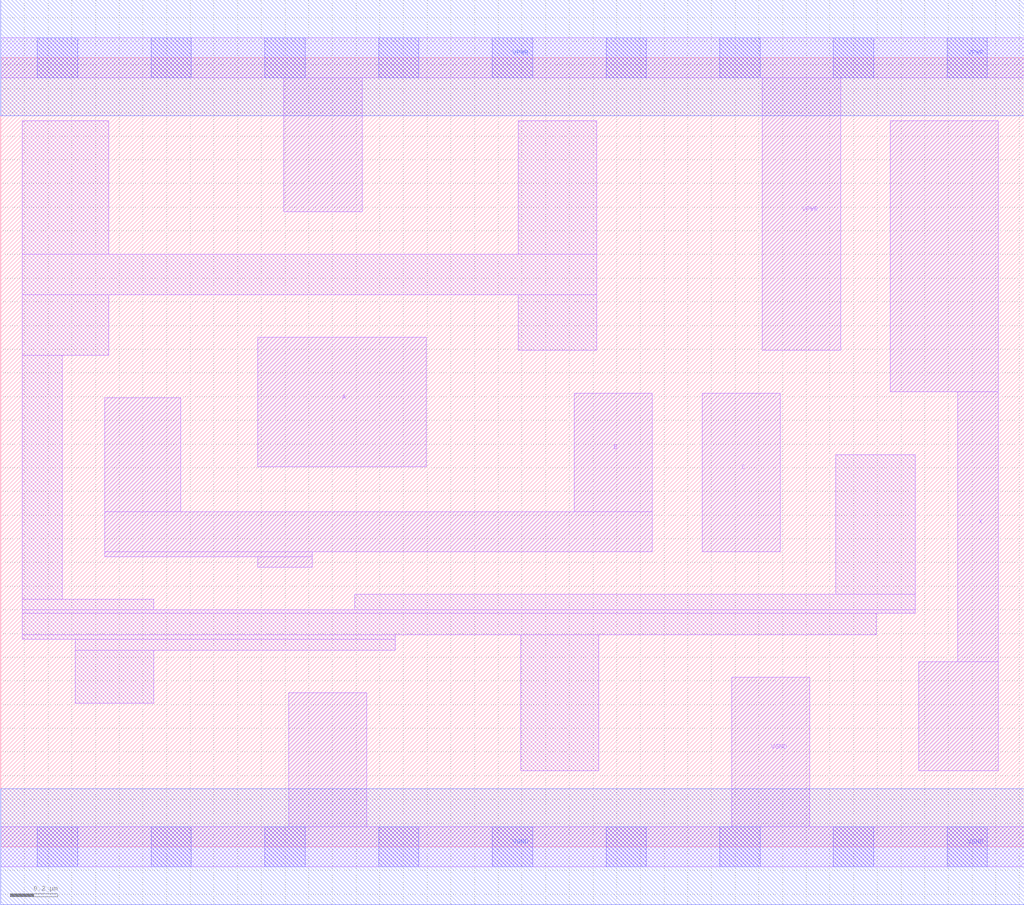
<source format=lef>
# Copyright 2020 The SkyWater PDK Authors
#
# Licensed under the Apache License, Version 2.0 (the "License");
# you may not use this file except in compliance with the License.
# You may obtain a copy of the License at
#
#     https://www.apache.org/licenses/LICENSE-2.0
#
# Unless required by applicable law or agreed to in writing, software
# distributed under the License is distributed on an "AS IS" BASIS,
# WITHOUT WARRANTIES OR CONDITIONS OF ANY KIND, either express or implied.
# See the License for the specific language governing permissions and
# limitations under the License.
#
# SPDX-License-Identifier: Apache-2.0

VERSION 5.7 ;
  NAMESCASESENSITIVE ON ;
  NOWIREEXTENSIONATPIN ON ;
  DIVIDERCHAR "/" ;
  BUSBITCHARS "[]" ;
UNITS
  DATABASE MICRONS 200 ;
END UNITS
MACRO sky130_fd_sc_lp__maj3_lp
  CLASS CORE ;
  SOURCE USER ;
  FOREIGN sky130_fd_sc_lp__maj3_lp ;
  ORIGIN  0.000000  0.000000 ;
  SIZE  4.320000 BY  3.330000 ;
  SYMMETRY X Y R90 ;
  SITE unit ;
  PIN A
    ANTENNAGATEAREA  0.626000 ;
    DIRECTION INPUT ;
    USE SIGNAL ;
    PORT
      LAYER li1 ;
        RECT 1.085000 1.605000 1.795000 2.150000 ;
    END
  END A
  PIN B
    ANTENNAGATEAREA  0.626000 ;
    DIRECTION INPUT ;
    USE SIGNAL ;
    PORT
      LAYER li1 ;
        RECT 0.440000 1.225000 1.315000 1.245000 ;
        RECT 0.440000 1.245000 2.750000 1.415000 ;
        RECT 0.440000 1.415000 0.760000 1.895000 ;
        RECT 1.085000 1.180000 1.315000 1.225000 ;
        RECT 2.420000 1.415000 2.750000 1.915000 ;
    END
  END B
  PIN C
    ANTENNAGATEAREA  0.626000 ;
    DIRECTION INPUT ;
    USE SIGNAL ;
    PORT
      LAYER li1 ;
        RECT 2.960000 1.245000 3.290000 1.915000 ;
    END
  END C
  PIN X
    ANTENNADIFFAREA  0.404700 ;
    DIRECTION OUTPUT ;
    USE SIGNAL ;
    PORT
      LAYER li1 ;
        RECT 3.755000 1.920000 4.210000 3.065000 ;
        RECT 3.875000 0.320000 4.210000 0.780000 ;
        RECT 4.040000 0.780000 4.210000 1.920000 ;
    END
  END X
  PIN VGND
    DIRECTION INOUT ;
    USE GROUND ;
    PORT
      LAYER li1 ;
        RECT 0.000000 -0.085000 4.320000 0.085000 ;
        RECT 1.215000  0.085000 1.545000 0.650000 ;
        RECT 3.085000  0.085000 3.415000 0.715000 ;
      LAYER mcon ;
        RECT 0.155000 -0.085000 0.325000 0.085000 ;
        RECT 0.635000 -0.085000 0.805000 0.085000 ;
        RECT 1.115000 -0.085000 1.285000 0.085000 ;
        RECT 1.595000 -0.085000 1.765000 0.085000 ;
        RECT 2.075000 -0.085000 2.245000 0.085000 ;
        RECT 2.555000 -0.085000 2.725000 0.085000 ;
        RECT 3.035000 -0.085000 3.205000 0.085000 ;
        RECT 3.515000 -0.085000 3.685000 0.085000 ;
        RECT 3.995000 -0.085000 4.165000 0.085000 ;
      LAYER met1 ;
        RECT 0.000000 -0.245000 4.320000 0.245000 ;
    END
  END VGND
  PIN VPWR
    DIRECTION INOUT ;
    USE POWER ;
    PORT
      LAYER li1 ;
        RECT 0.000000 3.245000 4.320000 3.415000 ;
        RECT 1.195000 2.680000 1.525000 3.245000 ;
        RECT 3.215000 2.095000 3.545000 3.245000 ;
      LAYER mcon ;
        RECT 0.155000 3.245000 0.325000 3.415000 ;
        RECT 0.635000 3.245000 0.805000 3.415000 ;
        RECT 1.115000 3.245000 1.285000 3.415000 ;
        RECT 1.595000 3.245000 1.765000 3.415000 ;
        RECT 2.075000 3.245000 2.245000 3.415000 ;
        RECT 2.555000 3.245000 2.725000 3.415000 ;
        RECT 3.035000 3.245000 3.205000 3.415000 ;
        RECT 3.515000 3.245000 3.685000 3.415000 ;
        RECT 3.995000 3.245000 4.165000 3.415000 ;
      LAYER met1 ;
        RECT 0.000000 3.085000 4.320000 3.575000 ;
    END
  END VPWR
  OBS
    LAYER li1 ;
      RECT 0.090000 0.875000 1.665000 0.895000 ;
      RECT 0.090000 0.895000 3.695000 0.985000 ;
      RECT 0.090000 0.985000 3.860000 1.000000 ;
      RECT 0.090000 1.000000 0.645000 1.045000 ;
      RECT 0.090000 1.045000 0.260000 2.075000 ;
      RECT 0.090000 2.075000 0.455000 2.330000 ;
      RECT 0.090000 2.330000 2.515000 2.500000 ;
      RECT 0.090000 2.500000 0.455000 3.065000 ;
      RECT 0.315000 0.605000 0.645000 0.830000 ;
      RECT 0.315000 0.830000 1.665000 0.875000 ;
      RECT 1.495000 1.000000 3.860000 1.065000 ;
      RECT 2.185000 2.095000 2.515000 2.330000 ;
      RECT 2.185000 2.500000 2.515000 3.065000 ;
      RECT 2.195000 0.320000 2.525000 0.895000 ;
      RECT 3.525000 1.065000 3.860000 1.655000 ;
  END
END sky130_fd_sc_lp__maj3_lp

</source>
